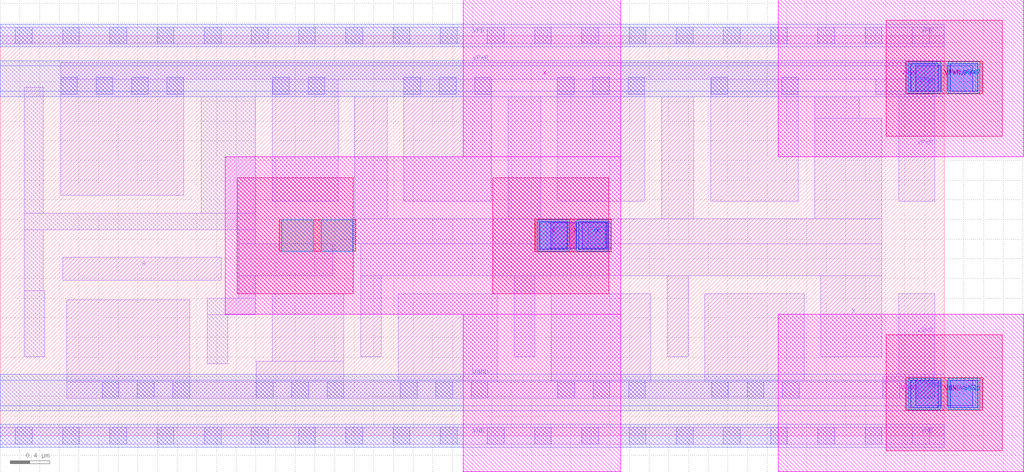
<source format=lef>
# Copyright 2020 The SkyWater PDK Authors
#
# Licensed under the Apache License, Version 2.0 (the "License");
# you may not use this file except in compliance with the License.
# You may obtain a copy of the License at
#
#     https://www.apache.org/licenses/LICENSE-2.0
#
# Unless required by applicable law or agreed to in writing, software
# distributed under the License is distributed on an "AS IS" BASIS,
# WITHOUT WARRANTIES OR CONDITIONS OF ANY KIND, either express or implied.
# See the License for the specific language governing permissions and
# limitations under the License.
#
# SPDX-License-Identifier: Apache-2.0

VERSION 5.7 ;
  NAMESCASESENSITIVE ON ;
  NOWIREEXTENSIONATPIN ON ;
  DIVIDERCHAR "/" ;
  BUSBITCHARS "[]" ;
UNITS
  DATABASE MICRONS 200 ;
END UNITS
MACRO sky130_fd_sc_hvl__probec_p_8
  CLASS CORE ;
  SOURCE USER ;
  FOREIGN sky130_fd_sc_hvl__probec_p_8 ;
  ORIGIN  0.000000  0.000000 ;
  SIZE  9.600000 BY  4.070000 ;
  SYMMETRY X Y ;
  SITE unithv ;
  PIN A
    ANTENNAGATEAREA  3.375000 ;
    DIRECTION INPUT ;
    USE SIGNAL ;
    PORT
      LAYER li1 ;
        RECT 0.635000 1.580000 2.245000 1.815000 ;
    END
  END A
  PIN X
    ANTENNADIFFAREA  2.520000 ;
    DIRECTION OUTPUT ;
    USE SIGNAL ;
    PORT
      LAYER li1 ;
        RECT 3.605000 1.955000 8.965000 2.205000 ;
        RECT 3.605000 2.205000 3.935000 3.445000 ;
        RECT 3.665000 0.805000 3.875000 1.625000 ;
        RECT 3.665000 1.625000 8.965000 1.955000 ;
        RECT 5.165000 2.205000 5.495000 3.445000 ;
        RECT 5.225000 0.805000 5.435000 1.625000 ;
        RECT 6.725000 2.205000 7.055000 3.445000 ;
        RECT 6.785000 0.805000 6.995000 1.625000 ;
        RECT 8.285000 2.205000 8.965000 3.230000 ;
        RECT 8.285000 3.230000 8.735000 3.445000 ;
        RECT 8.345000 0.805000 8.965000 1.625000 ;
      LAYER mcon ;
        RECT 5.620000 1.950000 5.790000 2.120000 ;
        RECT 5.980000 1.950000 6.150000 2.120000 ;
      LAYER met1 ;
        RECT 5.560000 1.905000 6.210000 2.165000 ;
      LAYER met2 ;
        RECT 5.440000 1.895000 6.210000 2.175000 ;
      LAYER met3 ;
        RECT 2.835000 1.875000 3.615000 2.195000 ;
        RECT 5.435000 1.870000 6.215000 2.200000 ;
      LAYER met4 ;
        RECT 2.410000 1.445000 3.590000 2.625000 ;
        RECT 5.010000 1.445000 6.190000 2.625000 ;
      LAYER met5 ;
        RECT 2.290000  1.235000 6.310000 2.835000 ;
        RECT 4.710000 -0.365000 6.310000 1.235000 ;
        RECT 4.710000  2.835000 6.310000 4.435000 ;
      LAYER via ;
        RECT 5.600000 1.905000 5.860000 2.165000 ;
        RECT 5.920000 1.905000 6.180000 2.165000 ;
      LAYER via2 ;
        RECT 5.485000 1.895000 5.765000 2.175000 ;
        RECT 5.885000 1.895000 6.165000 2.175000 ;
      LAYER via3 ;
        RECT 2.865000 1.875000 3.185000 2.195000 ;
        RECT 3.265000 1.875000 3.585000 2.195000 ;
        RECT 5.465000 1.875000 5.785000 2.195000 ;
        RECT 5.865000 1.875000 6.185000 2.195000 ;
    END
  END X
  PIN VGND
    DIRECTION INOUT ;
    USE GROUND ;
    PORT
      LAYER li1 ;
        RECT 0.675000 0.380000 9.505000 0.550000 ;
        RECT 0.675000 0.550000 1.925000 1.385000 ;
        RECT 2.605000 0.550000 3.495000 0.760000 ;
        RECT 2.765000 0.760000 3.495000 1.445000 ;
        RECT 4.045000 0.550000 5.055000 1.445000 ;
        RECT 5.605000 0.550000 6.615000 1.445000 ;
        RECT 7.165000 0.550000 8.175000 1.445000 ;
        RECT 8.975000 0.550000 9.505000 0.600000 ;
        RECT 9.135000 0.600000 9.505000 1.445000 ;
      LAYER mcon ;
        RECT 1.035000 0.380000 1.205000 0.550000 ;
        RECT 1.395000 0.380000 1.565000 0.550000 ;
        RECT 1.755000 0.380000 1.925000 0.550000 ;
        RECT 2.605000 0.380000 2.775000 0.550000 ;
        RECT 2.965000 0.380000 3.135000 0.550000 ;
        RECT 3.325000 0.380000 3.495000 0.550000 ;
        RECT 4.070000 0.380000 4.240000 0.550000 ;
        RECT 4.430000 0.380000 4.600000 0.550000 ;
        RECT 4.790000 0.380000 4.960000 0.550000 ;
        RECT 5.670000 0.380000 5.840000 0.550000 ;
        RECT 6.030000 0.380000 6.200000 0.550000 ;
        RECT 6.390000 0.380000 6.560000 0.550000 ;
        RECT 7.235000 0.380000 7.405000 0.550000 ;
        RECT 7.595000 0.380000 7.765000 0.550000 ;
        RECT 7.955000 0.380000 8.125000 0.550000 ;
        RECT 8.975000 0.380000 9.145000 0.550000 ;
        RECT 9.335000 0.380000 9.505000 0.550000 ;
      LAYER met1 ;
        RECT 0.000000 0.255000 9.600000 0.305000 ;
        RECT 0.000000 0.305000 9.920000 0.565000 ;
        RECT 0.000000 0.565000 9.600000 0.625000 ;
      LAYER met2 ;
        RECT 9.215000 0.285000 9.985000 0.565000 ;
      LAYER met3 ;
        RECT 9.210000 0.260000 9.990000 0.590000 ;
      LAYER met4 ;
        RECT 9.010000 -0.155000 10.190000 1.025000 ;
      LAYER met5 ;
        RECT 7.910000 -0.365000 10.410000 1.235000 ;
      LAYER via ;
        RECT 9.310000 0.305000 9.570000 0.565000 ;
        RECT 9.630000 0.305000 9.890000 0.565000 ;
      LAYER via2 ;
        RECT 9.260000 0.285000 9.540000 0.565000 ;
        RECT 9.660000 0.285000 9.940000 0.565000 ;
      LAYER via3 ;
        RECT 9.240000 0.265000 9.560000 0.585000 ;
        RECT 9.640000 0.265000 9.960000 0.585000 ;
    END
  END VGND
  PIN VNB
    DIRECTION INOUT ;
    USE GROUND ;
    PORT
      LAYER li1 ;
        RECT 0.000000 -0.085000 9.600000 0.085000 ;
      LAYER mcon ;
        RECT 0.155000 -0.085000 0.325000 0.085000 ;
        RECT 0.635000 -0.085000 0.805000 0.085000 ;
        RECT 1.115000 -0.085000 1.285000 0.085000 ;
        RECT 1.595000 -0.085000 1.765000 0.085000 ;
        RECT 2.075000 -0.085000 2.245000 0.085000 ;
        RECT 2.555000 -0.085000 2.725000 0.085000 ;
        RECT 3.035000 -0.085000 3.205000 0.085000 ;
        RECT 3.515000 -0.085000 3.685000 0.085000 ;
        RECT 3.995000 -0.085000 4.165000 0.085000 ;
        RECT 4.475000 -0.085000 4.645000 0.085000 ;
        RECT 4.955000 -0.085000 5.125000 0.085000 ;
        RECT 5.435000 -0.085000 5.605000 0.085000 ;
        RECT 5.915000 -0.085000 6.085000 0.085000 ;
        RECT 6.395000 -0.085000 6.565000 0.085000 ;
        RECT 6.875000 -0.085000 7.045000 0.085000 ;
        RECT 7.355000 -0.085000 7.525000 0.085000 ;
        RECT 7.835000 -0.085000 8.005000 0.085000 ;
        RECT 8.315000 -0.085000 8.485000 0.085000 ;
        RECT 8.795000 -0.085000 8.965000 0.085000 ;
        RECT 9.275000 -0.085000 9.445000 0.085000 ;
      LAYER met1 ;
        RECT 0.000000 -0.115000 9.600000 0.115000 ;
    END
  END VNB
  PIN VPB
    DIRECTION INOUT ;
    USE POWER ;
    PORT
      LAYER li1 ;
        RECT 0.000000 3.985000 9.600000 4.155000 ;
      LAYER mcon ;
        RECT 0.155000 3.985000 0.325000 4.155000 ;
        RECT 0.635000 3.985000 0.805000 4.155000 ;
        RECT 1.115000 3.985000 1.285000 4.155000 ;
        RECT 1.595000 3.985000 1.765000 4.155000 ;
        RECT 2.075000 3.985000 2.245000 4.155000 ;
        RECT 2.555000 3.985000 2.725000 4.155000 ;
        RECT 3.035000 3.985000 3.205000 4.155000 ;
        RECT 3.515000 3.985000 3.685000 4.155000 ;
        RECT 3.995000 3.985000 4.165000 4.155000 ;
        RECT 4.475000 3.985000 4.645000 4.155000 ;
        RECT 4.955000 3.985000 5.125000 4.155000 ;
        RECT 5.435000 3.985000 5.605000 4.155000 ;
        RECT 5.915000 3.985000 6.085000 4.155000 ;
        RECT 6.395000 3.985000 6.565000 4.155000 ;
        RECT 6.875000 3.985000 7.045000 4.155000 ;
        RECT 7.355000 3.985000 7.525000 4.155000 ;
        RECT 7.835000 3.985000 8.005000 4.155000 ;
        RECT 8.315000 3.985000 8.485000 4.155000 ;
        RECT 8.795000 3.985000 8.965000 4.155000 ;
        RECT 9.275000 3.985000 9.445000 4.155000 ;
      LAYER met1 ;
        RECT 0.000000 3.955000 9.600000 4.185000 ;
    END
  END VPB
  PIN VPWR
    DIRECTION INOUT ;
    USE POWER ;
    PORT
      LAYER li1 ;
        RECT 0.615000 2.445000 1.865000 3.625000 ;
        RECT 0.615000 3.625000 9.505000 3.795000 ;
        RECT 2.765000 2.385000 3.435000 3.625000 ;
        RECT 4.105000 2.385000 4.995000 3.625000 ;
        RECT 5.665000 2.385000 6.555000 3.625000 ;
        RECT 7.225000 2.385000 8.115000 3.625000 ;
        RECT 8.905000 3.475000 9.505000 3.625000 ;
        RECT 9.135000 2.385000 9.505000 3.475000 ;
      LAYER mcon ;
        RECT 0.615000 3.475000 0.785000 3.645000 ;
        RECT 0.975000 3.475000 1.145000 3.645000 ;
        RECT 1.335000 3.475000 1.505000 3.645000 ;
        RECT 1.695000 3.475000 1.865000 3.645000 ;
        RECT 2.770000 3.475000 2.940000 3.645000 ;
        RECT 3.130000 3.475000 3.300000 3.645000 ;
        RECT 4.105000 3.475000 4.275000 3.645000 ;
        RECT 4.465000 3.475000 4.635000 3.645000 ;
        RECT 4.825000 3.475000 4.995000 3.645000 ;
        RECT 5.665000 3.475000 5.835000 3.645000 ;
        RECT 6.025000 3.475000 6.195000 3.645000 ;
        RECT 6.385000 3.475000 6.555000 3.645000 ;
        RECT 7.230000 3.475000 7.400000 3.645000 ;
        RECT 7.945000 3.475000 8.115000 3.645000 ;
        RECT 9.265000 3.475000 9.435000 3.645000 ;
      LAYER met1 ;
        RECT 0.000000 3.445000 9.600000 3.505000 ;
        RECT 0.000000 3.505000 9.920000 3.765000 ;
        RECT 0.000000 3.765000 9.600000 3.815000 ;
      LAYER met2 ;
        RECT 9.215000 3.505000 9.985000 3.785000 ;
      LAYER met3 ;
        RECT 9.210000 3.480000 9.990000 3.810000 ;
      LAYER met4 ;
        RECT 9.010000 3.045000 10.190000 4.225000 ;
      LAYER met5 ;
        RECT 7.910000 2.835000 10.410000 4.435000 ;
      LAYER via ;
        RECT 9.310000 3.505000 9.570000 3.765000 ;
        RECT 9.630000 3.505000 9.890000 3.765000 ;
      LAYER via2 ;
        RECT 9.260000 3.505000 9.540000 3.785000 ;
        RECT 9.660000 3.505000 9.940000 3.785000 ;
      LAYER via3 ;
        RECT 9.240000 3.485000 9.560000 3.805000 ;
        RECT 9.640000 3.485000 9.960000 3.805000 ;
    END
  END VPWR
  OBS
    LAYER li1 ;
      RECT 0.245000 0.805000 0.455000 1.475000 ;
      RECT 0.245000 1.475000 0.435000 2.095000 ;
      RECT 0.245000 2.095000 2.595000 2.265000 ;
      RECT 0.245000 2.265000 0.435000 3.545000 ;
      RECT 2.045000 2.265000 2.595000 3.445000 ;
      RECT 2.105000 0.730000 2.315000 1.230000 ;
      RECT 2.105000 1.230000 2.595000 1.400000 ;
      RECT 2.425000 1.400000 2.595000 1.625000 ;
      RECT 2.425000 1.625000 3.380000 1.955000 ;
      RECT 2.425000 1.955000 2.595000 2.095000 ;
  END
END sky130_fd_sc_hvl__probec_p_8

</source>
